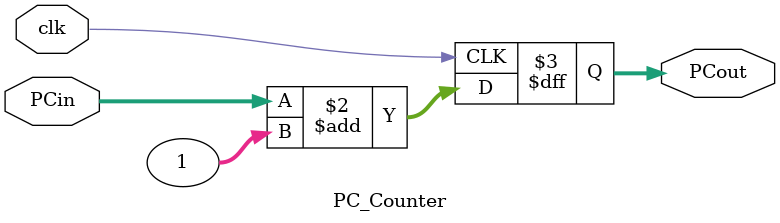
<source format=v>
`timescale 1ns / 1ps

module PC_Counter(PCin, PCout, clk);
    input [31:0] PCin;
    input clk;
    output reg [31:0] PCout;

    always @ (negedge clk) begin
        PCout = PCin + 1;
    end
endmodule
</source>
